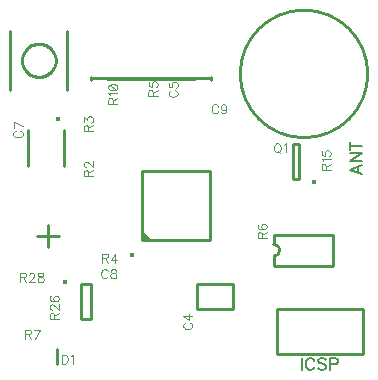
<source format=gto>
G04 DipTrace 3.0.0.1*
G04 Limbus-modelD-rev02.GTO*
%MOMM*%
G04 #@! TF.FileFunction,Legend,Top*
G04 #@! TF.Part,Single*
%ADD10C,0.25*%
%ADD31O,0.39184X0.39127*%
%ADD34O,0.41685X0.42*%
%ADD37O,0.3915X0.39169*%
%ADD43C,0.39117*%
%ADD90C,0.11765*%
%ADD91C,0.15686*%
%FSLAX35Y35*%
G04*
G71*
G90*
G75*
G01*
G04 TopSilk*
%LPD*%
X1741300Y3517989D2*
D10*
Y3494624D1*
X1755189Y3508513D2*
X2743411D1*
X2757300Y3494624D2*
Y3517989D1*
X1471673Y2173073D2*
X1281395D1*
X1376823Y2077873D2*
Y2268273D1*
X2624204Y3504207D2*
X1874396D1*
X1449947Y1219950D2*
Y1090050D1*
X4048300Y1174670D2*
X3318033D1*
Y1555670D1*
X4048300D1*
Y1174670D1*
D31*
X3627352Y2631644D3*
X3500003Y2655014D2*
D10*
Y2955000D1*
X3449997D1*
Y2655014D1*
X3500003D1*
X2169780Y2140117D2*
X2749800D1*
Y2720137D1*
X2169780D1*
Y2140117D1*
D34*
X2090662Y2008972D3*
G36*
X2169780Y2140117D2*
X2249685D1*
X2169780Y2220127D1*
Y2140117D1*
G37*
D37*
X1463738Y3161348D3*
X1210373Y3068676D2*
D10*
Y2768711D1*
X1510373Y3068676D2*
Y2768711D1*
X3290242Y1922080D2*
X3790252D1*
X3290242Y2182080D2*
X3790252D1*
Y1922080D2*
Y2182080D1*
X3290242Y2002080D2*
Y1922080D1*
Y2102080D2*
Y2182080D1*
Y2002080D2*
G03X3290242Y2102080I1J50000D01*
G01*
X3005000Y3545000D2*
G02X3005000Y3545000I540000J0D01*
G01*
D43*
X1523642Y1783361D3*
X1660983Y1769994D2*
D10*
Y1470000D1*
X1740943Y1769994D2*
Y1470000D1*
X1660983D2*
X1740943D1*
X1660983Y1769994D2*
X1740943D1*
X1540000Y3904120D2*
Y3412004D1*
X1060000Y3904188D2*
Y3412004D1*
X1157152Y3660000D2*
X1157500Y3669767D1*
X1158542Y3679486D1*
X1160274Y3689110D1*
X1162686Y3698593D1*
X1165767Y3707887D1*
X1169502Y3716948D1*
X1173873Y3725732D1*
X1178858Y3734195D1*
X1184434Y3742297D1*
X1190572Y3749998D1*
X1197244Y3757261D1*
X1204416Y3764049D1*
X1212054Y3770331D1*
X1220120Y3776075D1*
X1228576Y3781254D1*
X1237380Y3785842D1*
X1246488Y3789817D1*
X1255858Y3793159D1*
X1265442Y3795853D1*
X1275195Y3797885D1*
X1285068Y3799245D1*
X1295015Y3799927D1*
X1304985D1*
X1314932Y3799245D1*
X1324805Y3797885D1*
X1334558Y3795853D1*
X1344142Y3793159D1*
X1353512Y3789817D1*
X1362620Y3785842D1*
X1371424Y3781254D1*
X1379880Y3776075D1*
X1387946Y3770331D1*
X1395584Y3764049D1*
X1402756Y3757261D1*
X1409428Y3749998D1*
X1415566Y3742297D1*
X1421142Y3734195D1*
X1426127Y3725732D1*
X1430498Y3716948D1*
X1434233Y3707887D1*
X1437314Y3698593D1*
X1439726Y3689110D1*
X1441458Y3679486D1*
X1442500Y3669767D1*
X1442848Y3660000D1*
X1442500Y3650233D1*
X1441458Y3640514D1*
X1439726Y3630890D1*
X1437314Y3621407D1*
X1434233Y3612113D1*
X1430498Y3603052D1*
X1426127Y3594268D1*
X1421142Y3585805D1*
X1415566Y3577703D1*
X1409428Y3570002D1*
X1402756Y3562739D1*
X1395584Y3555951D1*
X1387946Y3549669D1*
X1379880Y3543925D1*
X1371424Y3538746D1*
X1362620Y3534158D1*
X1353512Y3530183D1*
X1344142Y3526841D1*
X1334558Y3524147D1*
X1324805Y3522115D1*
X1314932Y3520755D1*
X1304985Y3520073D1*
X1295015D1*
X1285068Y3520755D1*
X1275195Y3522115D1*
X1265442Y3524147D1*
X1255858Y3526841D1*
X1246488Y3530183D1*
X1237380Y3534158D1*
X1228576Y3538746D1*
X1220120Y3543925D1*
X1212054Y3549669D1*
X1204416Y3555951D1*
X1197244Y3562739D1*
X1190572Y3570002D1*
X1184434Y3577703D1*
X1178858Y3585805D1*
X1173873Y3594268D1*
X1169502Y3603052D1*
X1165767Y3612113D1*
X1162686Y3621407D1*
X1160274Y3630890D1*
X1158542Y3640514D1*
X1157500Y3650233D1*
X1157152Y3660000D1*
X2942464Y1765440D2*
X2637464Y1765334D1*
X2637536Y1555334D2*
X2942536Y1555440D1*
X2637464Y1765334D2*
X2637535Y1560332D1*
X2942535Y1560438D2*
X2942464Y1765440D1*
X2541602Y1438236D2*
D90*
X2534358Y1434614D1*
X2527030Y1427286D1*
X2523408Y1420042D1*
Y1405470D1*
X2527030Y1398142D1*
X2534358Y1390898D1*
X2541602Y1387192D1*
X2552552Y1383570D1*
X2570830D1*
X2581696Y1387192D1*
X2589024Y1390898D1*
X2596268Y1398142D1*
X2599974Y1405470D1*
Y1420042D1*
X2596268Y1427285D1*
X2589024Y1434613D1*
X2581696Y1438235D1*
X2599974Y1498237D2*
X2523492D1*
X2574452Y1461765D1*
Y1516431D1*
X2416602Y3405046D2*
X2409358Y3401425D1*
X2402030Y3394097D1*
X2398408Y3386853D1*
Y3372281D1*
X2402030Y3364953D1*
X2409358Y3357709D1*
X2416602Y3354003D1*
X2427552Y3350381D1*
X2445830D1*
X2456696Y3354003D1*
X2464024Y3357709D1*
X2471268Y3364953D1*
X2474974Y3372281D1*
Y3386853D1*
X2471268Y3394096D1*
X2464024Y3401424D1*
X2456696Y3405046D1*
X2398492Y3472292D2*
Y3435904D1*
X2431258Y3432282D1*
X2427636Y3435904D1*
X2423930Y3446854D1*
Y3457720D1*
X2427636Y3468670D1*
X2434880Y3475998D1*
X2445830Y3479620D1*
X2453074D1*
X2464024Y3475998D1*
X2471352Y3468670D1*
X2474974Y3457720D1*
Y3446854D1*
X2471352Y3435904D1*
X2467646Y3432282D1*
X2460402Y3428576D1*
X1103602Y3062170D2*
X1096358Y3058548D1*
X1089030Y3051220D1*
X1085408Y3043976D1*
Y3029404D1*
X1089030Y3022076D1*
X1096358Y3014832D1*
X1103602Y3011126D1*
X1114552Y3007504D1*
X1132830D1*
X1143696Y3011126D1*
X1151024Y3014832D1*
X1158268Y3022076D1*
X1161974Y3029404D1*
Y3043976D1*
X1158268Y3051220D1*
X1151024Y3058548D1*
X1143696Y3062170D1*
X1161974Y3100271D2*
X1085492Y3136743D1*
Y3085699D1*
X1882912Y1873948D2*
X1879290Y1881192D1*
X1871962Y1888520D1*
X1864718Y1892142D1*
X1850146D1*
X1842818Y1888520D1*
X1835574Y1881192D1*
X1831868Y1873948D1*
X1828246Y1862998D1*
Y1844720D1*
X1831868Y1833854D1*
X1835574Y1826526D1*
X1842818Y1819282D1*
X1850146Y1815576D1*
X1864718D1*
X1871962Y1819282D1*
X1879290Y1826526D1*
X1882912Y1833854D1*
X1924635Y1892057D2*
X1913769Y1888435D1*
X1910063Y1881192D1*
Y1873864D1*
X1913769Y1866620D1*
X1921013Y1862914D1*
X1935585Y1859292D1*
X1946535Y1855670D1*
X1953779Y1848342D1*
X1957401Y1841098D1*
Y1830148D1*
X1953779Y1822904D1*
X1950157Y1819198D1*
X1939207Y1815576D1*
X1924635D1*
X1913769Y1819198D1*
X1910063Y1822904D1*
X1906441Y1830148D1*
Y1841098D1*
X1910063Y1848342D1*
X1917391Y1855670D1*
X1928257Y1859292D1*
X1942829Y1862914D1*
X1950157Y1866620D1*
X1953779Y1873864D1*
Y1881192D1*
X1950157Y1888435D1*
X1939207Y1892057D1*
X1924635D1*
X2816857Y3268398D2*
X2813235Y3275642D1*
X2805907Y3282970D1*
X2798663Y3286592D1*
X2784091D1*
X2776763Y3282970D1*
X2769520Y3275642D1*
X2765813Y3268398D1*
X2762191Y3257448D1*
Y3239170D1*
X2765813Y3228304D1*
X2769520Y3220976D1*
X2776763Y3213732D1*
X2784091Y3210026D1*
X2798663D1*
X2805907Y3213732D1*
X2813235Y3220976D1*
X2816857Y3228304D1*
X2887809Y3261070D2*
X2884102Y3250120D1*
X2876859Y3242792D1*
X2865909Y3239170D1*
X2862287D1*
X2851337Y3242792D1*
X2844093Y3250120D1*
X2840387Y3261070D1*
Y3264692D1*
X2844093Y3275642D1*
X2851337Y3282886D1*
X2862287Y3286508D1*
X2865909D1*
X2876859Y3282886D1*
X2884102Y3275642D1*
X2887809Y3261070D1*
Y3242792D1*
X2884102Y3224598D1*
X2876859Y3213648D1*
X2865909Y3210026D1*
X2858665D1*
X2847715Y3213648D1*
X2844093Y3220976D1*
X1493548Y1169155D2*
Y1092589D1*
X1519070D1*
X1530020Y1096295D1*
X1537348Y1103539D1*
X1540970Y1110867D1*
X1544592Y1121733D1*
Y1140011D1*
X1540970Y1150961D1*
X1537348Y1158205D1*
X1530020Y1165533D1*
X1519070Y1169155D1*
X1493548D1*
X1568121Y1154499D2*
X1575449Y1158205D1*
X1586399Y1169071D1*
Y1092589D1*
X3311810Y2956592D2*
X3304566Y2953054D1*
X3297238Y2945726D1*
X3293616Y2938398D1*
X3289910Y2927448D1*
Y2909254D1*
X3293616Y2898304D1*
X3297238Y2891060D1*
X3304566Y2883732D1*
X3311810Y2880110D1*
X3326382D1*
X3333710Y2883732D1*
X3340954Y2891060D1*
X3344576Y2898304D1*
X3348282Y2909254D1*
Y2927448D1*
X3344576Y2938398D1*
X3340954Y2945726D1*
X3333710Y2953054D1*
X3326382Y2956592D1*
X3311810D1*
X3322760Y2894682D2*
X3344576Y2872782D1*
X3371812Y2941936D2*
X3379140Y2945642D1*
X3390090Y2956508D1*
Y2880026D1*
X1719020Y2678145D2*
Y2710911D1*
X1715314Y2721861D1*
X1711692Y2725567D1*
X1704448Y2729189D1*
X1697120D1*
X1689876Y2725567D1*
X1686170Y2721861D1*
X1682548Y2710911D1*
Y2678145D1*
X1759114D1*
X1719020Y2703667D2*
X1759114Y2729189D1*
X1700826Y2756424D2*
X1697204D1*
X1689876Y2760046D1*
X1686254Y2763668D1*
X1682632Y2770996D1*
Y2785568D1*
X1686254Y2792812D1*
X1689876Y2796434D1*
X1697204Y2800140D1*
X1704448D1*
X1711776Y2796434D1*
X1722642Y2789190D1*
X1759114Y2752718D1*
Y2803762D1*
X1719020Y3058828D2*
Y3091594D1*
X1715314Y3102544D1*
X1711692Y3106250D1*
X1704448Y3109872D1*
X1697120D1*
X1689876Y3106250D1*
X1686170Y3102544D1*
X1682548Y3091594D1*
Y3058828D1*
X1759114D1*
X1719020Y3084350D2*
X1759114Y3109872D1*
X1682632Y3140730D2*
Y3180739D1*
X1711776Y3158923D1*
Y3169873D1*
X1715398Y3177117D1*
X1719020Y3180739D1*
X1729970Y3184445D1*
X1737214D1*
X1748164Y3180739D1*
X1755492Y3173495D1*
X1759114Y3162545D1*
Y3151595D1*
X1755492Y3140729D1*
X1751786Y3137108D1*
X1744542Y3133401D1*
X1835380Y1987683D2*
X1868146D1*
X1879096Y1991389D1*
X1882802Y1995011D1*
X1886424Y2002255D1*
Y2009583D1*
X1882802Y2016827D1*
X1879096Y2020533D1*
X1868146Y2024155D1*
X1835380D1*
Y1947589D1*
X1860902Y1987683D2*
X1886424Y1947589D1*
X1946426D2*
Y2024071D1*
X1909954Y1973111D1*
X1964620D1*
X2264880Y3357192D2*
Y3389957D1*
X2261174Y3400907D1*
X2257552Y3404614D1*
X2250308Y3408236D1*
X2242980D1*
X2235736Y3404614D1*
X2232030Y3400907D1*
X2228408Y3389958D1*
Y3357192D1*
X2304974D1*
X2264880Y3382714D2*
X2304974Y3408235D1*
X2228492Y3475481D2*
Y3439093D1*
X2261258Y3435471D1*
X2257636Y3439093D1*
X2253930Y3450043D1*
Y3460909D1*
X2257636Y3471859D1*
X2264880Y3479187D1*
X2275830Y3482809D1*
X2283074D1*
X2294024Y3479187D1*
X2301352Y3471859D1*
X2304974Y3460909D1*
Y3450043D1*
X2301352Y3439093D1*
X2297646Y3435471D1*
X2290402Y3431765D1*
X3189880Y2154045D2*
Y2186811D1*
X3186174Y2197761D1*
X3182552Y2201467D1*
X3175308Y2205089D1*
X3167980D1*
X3160736Y2201467D1*
X3157030Y2197761D1*
X3153408Y2186811D1*
Y2154045D1*
X3229974D1*
X3189880Y2179567D2*
X3229974Y2205088D1*
X3164358Y2272334D2*
X3157114Y2268712D1*
X3153492Y2257762D1*
Y2250518D1*
X3157114Y2239568D1*
X3168064Y2232240D1*
X3186258Y2228618D1*
X3204452D1*
X3219024Y2232240D1*
X3226352Y2239568D1*
X3229974Y2250518D1*
Y2254140D1*
X3226352Y2265006D1*
X3219024Y2272334D1*
X3208074Y2275956D1*
X3204452D1*
X3193502Y2272334D1*
X3186258Y2265006D1*
X3182636Y2254140D1*
Y2250518D1*
X3186258Y2239568D1*
X3193502Y2232240D1*
X3204452Y2228618D1*
X1182191Y1342683D2*
X1214957D1*
X1225907Y1346389D1*
X1229613Y1350011D1*
X1233235Y1357255D1*
Y1364583D1*
X1229613Y1371827D1*
X1225907Y1375533D1*
X1214957Y1379155D1*
X1182191D1*
Y1302589D1*
X1207713Y1342683D2*
X1233235Y1302589D1*
X1271337D2*
X1307809Y1379071D1*
X1256765D1*
X1924880Y3291288D2*
Y3324054D1*
X1921174Y3335004D1*
X1917552Y3338710D1*
X1910308Y3342332D1*
X1902980D1*
X1895736Y3338710D1*
X1892030Y3335004D1*
X1888408Y3324054D1*
Y3291288D1*
X1964974D1*
X1924880Y3316810D2*
X1964974Y3342332D1*
X1903064Y3365861D2*
X1899358Y3373189D1*
X1888492Y3384139D1*
X1964974D1*
X1888492Y3429569D2*
X1892114Y3418619D1*
X1903064Y3411290D1*
X1921258Y3407669D1*
X1932208D1*
X1950402Y3411290D1*
X1961352Y3418618D1*
X1964974Y3429568D1*
Y3436812D1*
X1961352Y3447762D1*
X1950402Y3455006D1*
X1932208Y3458712D1*
X1921258D1*
X1903064Y3455006D1*
X1892114Y3447762D1*
X1888492Y3436812D1*
Y3429569D1*
X1903064Y3455006D2*
X1950402Y3411290D1*
X3729880Y2731288D2*
Y2764054D1*
X3726174Y2775004D1*
X3722552Y2778710D1*
X3715308Y2782332D1*
X3707980D1*
X3700736Y2778710D1*
X3697030Y2775004D1*
X3693408Y2764054D1*
Y2731288D1*
X3769974D1*
X3729880Y2756810D2*
X3769974Y2782332D1*
X3708064Y2805861D2*
X3704358Y2813189D1*
X3693492Y2824139D1*
X3769974D1*
X3693492Y2891384D2*
Y2854997D1*
X3726258Y2851375D1*
X3722636Y2854997D1*
X3718930Y2865947D1*
Y2876812D1*
X3722636Y2887762D1*
X3729880Y2895090D1*
X3740830Y2898712D1*
X3748074D1*
X3759024Y2895090D1*
X3766352Y2887762D1*
X3769974Y2876812D1*
Y2865947D1*
X3766352Y2854997D1*
X3762646Y2851375D1*
X3755402Y2847668D1*
X1429880Y1471758D2*
Y1504524D1*
X1426174Y1515474D1*
X1422552Y1519180D1*
X1415308Y1522802D1*
X1407980D1*
X1400736Y1519180D1*
X1397030Y1515474D1*
X1393408Y1504524D1*
Y1471758D1*
X1469974D1*
X1429880Y1497280D2*
X1469974Y1522802D1*
X1411686Y1550037D2*
X1408064D1*
X1400736Y1553659D1*
X1397114Y1557281D1*
X1393492Y1564609D1*
Y1579181D1*
X1397114Y1586425D1*
X1400736Y1590047D1*
X1408064Y1593753D1*
X1415308D1*
X1422636Y1590047D1*
X1433502Y1582803D1*
X1469974Y1546331D1*
Y1597375D1*
X1404358Y1664620D2*
X1397114Y1660998D1*
X1393492Y1650048D1*
Y1642805D1*
X1397114Y1631855D1*
X1408064Y1624526D1*
X1426258Y1620904D1*
X1444452D1*
X1459024Y1624526D1*
X1466352Y1631854D1*
X1469974Y1642804D1*
Y1646426D1*
X1466352Y1657292D1*
X1459024Y1664620D1*
X1448074Y1668242D1*
X1444452D1*
X1433502Y1664620D1*
X1426258Y1657292D1*
X1422636Y1646426D1*
Y1642804D1*
X1426258Y1631854D1*
X1433502Y1624526D1*
X1444452Y1620904D1*
X1139947Y1822683D2*
X1172713D1*
X1183663Y1826389D1*
X1187369Y1830011D1*
X1190991Y1837255D1*
Y1844583D1*
X1187369Y1851827D1*
X1183663Y1855533D1*
X1172713Y1859155D1*
X1139947D1*
Y1782589D1*
X1165469Y1822683D2*
X1190991Y1782589D1*
X1218226Y1840877D2*
Y1844499D1*
X1221848Y1851827D1*
X1225470Y1855449D1*
X1232798Y1859071D1*
X1247370D1*
X1254614Y1855449D1*
X1258236Y1851827D1*
X1261942Y1844499D1*
Y1837255D1*
X1258236Y1829927D1*
X1250992Y1819061D1*
X1214520Y1782589D1*
X1265564D1*
X1307287Y1859071D2*
X1296422Y1855449D1*
X1292715Y1848205D1*
Y1840877D1*
X1296422Y1833633D1*
X1303665Y1829927D1*
X1318237Y1826305D1*
X1329187Y1822683D1*
X1336431Y1815355D1*
X1340053Y1808111D1*
Y1797161D1*
X1336431Y1789917D1*
X1332809Y1786211D1*
X1321859Y1782589D1*
X1307287D1*
X1296422Y1786211D1*
X1292715Y1789917D1*
X1289093Y1797161D1*
Y1808111D1*
X1292715Y1815355D1*
X1300043Y1822683D1*
X1310909Y1826305D1*
X1325481Y1829927D1*
X1332809Y1833633D1*
X1336431Y1840877D1*
Y1848205D1*
X1332809Y1855449D1*
X1321859Y1859071D1*
X1307287D1*
X4033841Y2773729D2*
D91*
X3931753Y2734759D1*
X4033841Y2695900D1*
X3999812Y2710500D2*
Y2759129D1*
X3931754Y2873160D2*
X4033841D1*
X3931754Y2805102D1*
X4033841D1*
X3931754Y2938562D2*
X4033841D1*
X3931754Y2904533D2*
Y2972591D1*
X3528235Y1140148D2*
Y1038060D1*
X3632496Y1115889D2*
X3627666Y1125548D1*
X3617896Y1135319D1*
X3608237Y1140148D1*
X3588808D1*
X3579037Y1135319D1*
X3569379Y1125548D1*
X3564437Y1115889D1*
X3559608Y1101289D1*
Y1076919D1*
X3564437Y1062431D1*
X3569379Y1052660D1*
X3579037Y1043002D1*
X3588808Y1038060D1*
X3608237D1*
X3617896Y1043002D1*
X3627666Y1052660D1*
X3632496Y1062431D1*
X3731927Y1125548D2*
X3722268Y1135319D1*
X3707668Y1140148D1*
X3688239D1*
X3673639Y1135319D1*
X3663868Y1125548D1*
Y1115889D1*
X3668810Y1106119D1*
X3673639Y1101289D1*
X3683297Y1096460D1*
X3712497Y1086689D1*
X3722268Y1081860D1*
X3727097Y1076919D1*
X3731927Y1067260D1*
Y1052660D1*
X3722268Y1043002D1*
X3707668Y1038060D1*
X3688239D1*
X3673639Y1043002D1*
X3663868Y1052660D1*
X3763299Y1086689D2*
X3807099D1*
X3821587Y1091519D1*
X3826528Y1096460D1*
X3831358Y1106119D1*
Y1120719D1*
X3826528Y1130377D1*
X3821587Y1135319D1*
X3807099Y1140148D1*
X3763299D1*
Y1038060D1*
M02*

</source>
